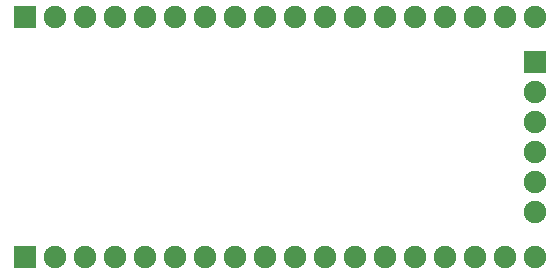
<source format=gbr>
G04 #@! TF.GenerationSoftware,KiCad,Pcbnew,(5.1.4)-1*
G04 #@! TF.CreationDate,2019-10-24T16:07:41-04:00*
G04 #@! TF.ProjectId,XC9536XL,58433935-3336-4584-9c2e-6b696361645f,B*
G04 #@! TF.SameCoordinates,Original*
G04 #@! TF.FileFunction,Soldermask,Bot*
G04 #@! TF.FilePolarity,Negative*
%FSLAX46Y46*%
G04 Gerber Fmt 4.6, Leading zero omitted, Abs format (unit mm)*
G04 Created by KiCad (PCBNEW (5.1.4)-1) date 2019-10-24 16:07:41*
%MOMM*%
%LPD*%
G04 APERTURE LIST*
%ADD10O,1.900000X1.900000*%
%ADD11R,1.900000X1.900000*%
G04 APERTURE END LIST*
D10*
X114300000Y-52070000D03*
X114300000Y-49530000D03*
X114300000Y-46990000D03*
X114300000Y-44450000D03*
X114300000Y-41910000D03*
D11*
X114300000Y-39370000D03*
D10*
X114300000Y-55880000D03*
X111760000Y-55880000D03*
X109220000Y-55880000D03*
X106680000Y-55880000D03*
X104140000Y-55880000D03*
X101600000Y-55880000D03*
X99060000Y-55880000D03*
X96520000Y-55880000D03*
X93980000Y-55880000D03*
X91440000Y-55880000D03*
X88900000Y-55880000D03*
X86360000Y-55880000D03*
X83820000Y-55880000D03*
X81280000Y-55880000D03*
X78740000Y-55880000D03*
X76200000Y-55880000D03*
X73660000Y-55880000D03*
D11*
X71120000Y-55880000D03*
D10*
X114300000Y-35560000D03*
X111760000Y-35560000D03*
X109220000Y-35560000D03*
X106680000Y-35560000D03*
X104140000Y-35560000D03*
X101600000Y-35560000D03*
X99060000Y-35560000D03*
X96520000Y-35560000D03*
X93980000Y-35560000D03*
X91440000Y-35560000D03*
X88900000Y-35560000D03*
X86360000Y-35560000D03*
X83820000Y-35560000D03*
X81280000Y-35560000D03*
X78740000Y-35560000D03*
X76200000Y-35560000D03*
X73660000Y-35560000D03*
D11*
X71120000Y-35560000D03*
M02*

</source>
